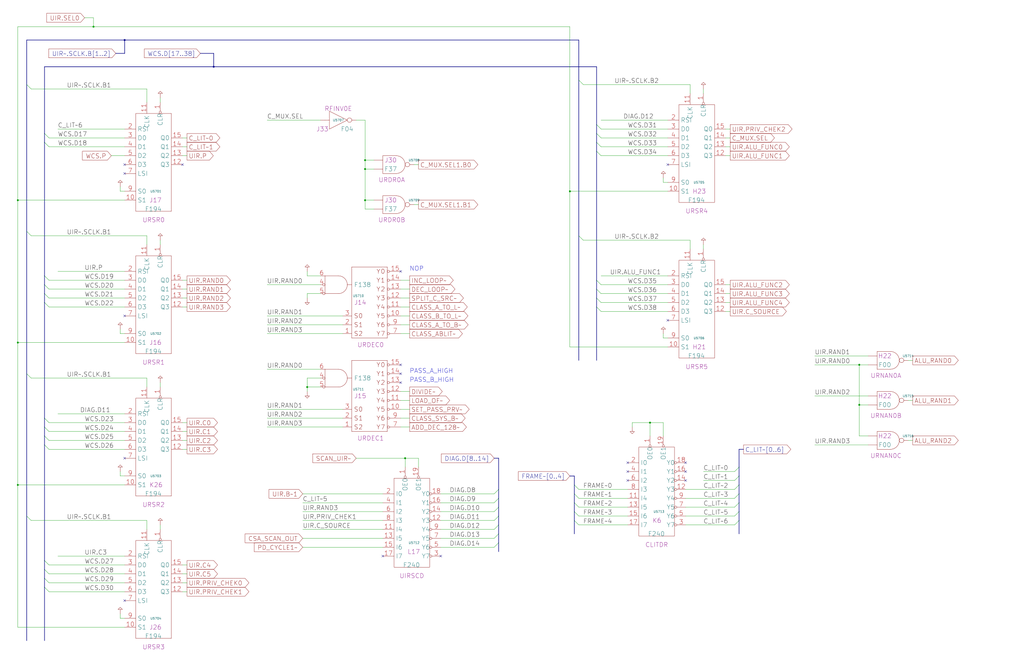
<source format=kicad_sch>
(kicad_sch (version 20250114) (generator "eeschema") (generator_version "9.0")
  (paper "User" 584.2 378.46)
  (title_block (title "WRITABLE CONTROL STORE\\nMICRO INSTRUCTION REGISTER") (date "15-MAR-90") (rev "1.0") (comment 1 "TYPE") (comment 2 "232-003062") (comment 3 "S400") (comment 4 "RELEASED"))
  (lib_symbols
    (symbol "r1000:F00" (pin_numbers (hide yes)) (pin_names (hide yes))
      (property "Reference" "U" (at 15.24 0 0))
      (property "Value" "F00" (at 1.905 -5.08 0))
      (property "Location" "___" (at 1.905 0 0))
      (property "Name" "______" (at 2.54 -12.7 0))
      (symbol "F00_0_1"
        (polyline (pts (xy -2.54 2.54) (xy -2.54 -7.62)) (stroke (width 0.1524)))
        (polyline (pts (xy -2.54 2.54) (xy 5.08 2.54)) (stroke (width 0.1524)))
        (polyline (pts (xy -2.54 -7.62) (xy 5.08 -7.62)) (stroke (width 0.1524)))
        (arc (start 5.08 2.54) (mid 10.1281 -2.54) (end 5.08 -7.62) (stroke (width 0.1524)))
        (circle (center 11.43 -2.54) (radius 1.27) (stroke (width 0.1524)))
      )
      (symbol "F00_0_2"
        (arc (start -3.175 2.54) (mid -2.134 -2.54) (end -3.175 -7.62) (stroke (width 0.1524)))
        (circle (center -3.81 0) (radius 1.27) (stroke (width 0.1524)))
        (circle (center -3.81 -5.08) (radius 1.27) (stroke (width 0.1524)))
        (polyline (pts (xy -3.175 2.54) (xy 3.81 2.54)) (stroke (width 0.1524)))
        (polyline (pts (xy -3.175 -7.62) (xy 3.81 -7.62)) (stroke (width 0.1524)))
        (arc (start 3.81 2.54) (mid 7.5828 0.7472) (end 10.16 -2.54) (stroke (width 0.1524)))
        (arc (start 10.16 -2.54) (mid 7.5855 -5.8306) (end 3.81 -7.62) (stroke (width 0.1524)))
      )
      (symbol "F00_1_1"
        (pin input line (at -7.62 0 0) (length 5.08) (name "D0") (number "1"))
        (pin input line (at -7.62 -5.08 0) (length 5.08) (name "D1") (number "2"))
        (pin output line (at 15.24 -2.54 180) (length 2.54) (name "Q") (number "3"))
      )
      (symbol "F00_1_2"
        (pin input line (at -7.62 0 0) (length 2.54) (name "D0") (number "1"))
        (pin input line (at -7.62 -5.08 0) (length 2.54) (name "D1") (number "2"))
        (pin output line (at 15.24 -2.54 180) (length 5.08) (name "Q") (number "3"))
      )
    )
    (symbol "r1000:F04" (pin_numbers (hide yes)) (pin_names (hide yes))
      (property "Reference" "U" (at 0 0 0))
      (property "Value" "F04" (at 1.27 -5.08 0))
      (property "Location" "___" (at -12.7 -5.08 0))
      (property "Name" "______" (at 0 5.08 0))
      (symbol "F04_0_1"
        (polyline (pts (xy -7.62 0) (xy -5.08 0)) (stroke (width 0.1524)))
        (polyline (pts (xy -5.08 5.08) (xy -5.08 -5.08)) (stroke (width 0.1524)))
        (polyline (pts (xy 5.08 0) (xy -5.08 5.08)) (stroke (width 0.1524)))
        (polyline (pts (xy 5.08 0) (xy -5.08 -5.08)) (stroke (width 0.1524)))
        (circle (center 6.35 0) (radius 1.27) (stroke (width 0.1524)))
      )
      (symbol "F04_1_1"
        (pin input line (at -10.16 0 0) (length 2.54) (name "D0") (number "1"))
        (pin output line (at 10.16 0 180) (length 2.54) (name "Q") (number "2"))
      )
    )
    (symbol "r1000:F138" (pin_names (offset 1.016) (hide yes))
      (property "Reference" "U" (at 1.27 3.81 0))
      (property "Value" "F138" (at -1.27 10.16 0))
      (property "Location" "___" (at -1.27 0 0))
      (property "Name" "______" (at 8.255 -24.13 0))
      (symbol "F138_0_0"
        (polyline (pts (xy -17.78 15.24) (xy -10.16 15.24)) (stroke (width 0.1524)))
        (polyline (pts (xy -17.78 5.08) (xy -10.16 5.08)) (stroke (width 0.1524)))
        (arc (start -10.16 15.24) (mid -6.5679 13.7521) (end -5.08 10.16) (stroke (width 0.1524)))
        (arc (start -5.08 10.16) (mid -6.5679 6.5679) (end -10.16 5.08) (stroke (width 0.1524)))
      )
      (symbol "F138_0_1"
        (polyline (pts (xy -19.05 15.24) (xy -17.78 15.24)) (stroke (width 0.1524)))
        (circle (center -18.415 10.16) (radius 0.635) (stroke (width 0.1524)))
        (circle (center -18.415 5.08) (radius 0.635) (stroke (width 0.1524)))
        (polyline (pts (xy -17.78 15.24) (xy -17.78 5.08)) (stroke (width 0.1524)))
        (rectangle (start -2.54 20.32) (end 17.78 -20.32) (stroke (width 0.1524)))
        (polyline (pts (xy -2.54 10.16) (xy -5.08 10.16)) (stroke (width 0.1524)))
      )
      (symbol "F138_1_1"
        (circle (center 18.415 17.78) (radius 0.635))
        (circle (center 18.415 12.7) (radius 0.635))
        (circle (center 18.415 7.62) (radius 0.635))
        (circle (center 18.415 2.54) (radius 0.635))
        (circle (center 18.415 -2.54) (radius 0.635))
        (circle (center 18.415 -7.62) (radius 0.635))
        (circle (center 18.415 -12.7) (radius 0.635))
        (circle (center 18.415 -17.78) (radius 0.635))
        (text "S" (at 0 -7.62 0) (effects (font (size 2.54 2.54))))
        (text "S" (at 0 -12.7 0) (effects (font (size 2.54 2.54))))
        (text "S" (at 0 -17.78 0) (effects (font (size 2.54 2.54))))
        (text "0" (at 2.54 -7.62 0) (effects (font (size 2.54 2.54))))
        (text "1" (at 2.54 -12.7 0) (effects (font (size 2.54 2.54))))
        (text "2" (at 2.54 -17.78 0) (effects (font (size 2.54 2.54))))
        (text "Y" (at 12.7 17.78 0) (effects (font (size 2.54 2.54))))
        (text "Y" (at 12.7 12.7 0) (effects (font (size 2.54 2.54))))
        (text "Y" (at 12.7 7.62 0) (effects (font (size 2.54 2.54))))
        (text "Y" (at 12.7 2.54 0) (effects (font (size 2.54 2.54))))
        (text "Y" (at 12.7 -2.54 0) (effects (font (size 2.54 2.54))))
        (text "Y" (at 12.7 -7.62 0) (effects (font (size 2.54 2.54))))
        (text "Y" (at 12.7 -12.7 0) (effects (font (size 2.54 2.54))))
        (text "Y" (at 12.7 -17.78 0) (effects (font (size 2.54 2.54))))
        (text "0" (at 15.24 17.78 0) (effects (font (size 2.54 2.54))))
        (text "1" (at 15.24 12.7 0) (effects (font (size 2.54 2.54))))
        (text "2" (at 15.24 7.62 0) (effects (font (size 2.54 2.54))))
        (text "3" (at 15.24 2.54 0) (effects (font (size 2.54 2.54))))
        (text "4" (at 15.24 -2.54 0) (effects (font (size 2.54 2.54))))
        (text "5" (at 15.24 -7.62 0) (effects (font (size 2.54 2.54))))
        (text "6" (at 15.24 -12.7 0) (effects (font (size 2.54 2.54))))
        (text "7" (at 15.24 -17.78 0) (effects (font (size 2.54 2.54))))
        (pin input line (at -20.32 15.24 0) (length 1.27) (name "D0") (number "6"))
        (pin input line (at -20.32 10.16 0) (length 1.27) (name "D1") (number "4"))
        (pin input line (at -20.32 5.08 0) (length 1.27) (name "D2") (number "5"))
        (pin input line (at -7.62 -7.62 0) (length 5.08) (name "S0") (number "3"))
        (pin input line (at -7.62 -12.7 0) (length 5.08) (name "S1") (number "2"))
        (pin input line (at -7.62 -17.78 0) (length 5.08) (name "S2") (number "1"))
        (pin output line (at 25.4 17.78 180) (length 6.35) (name "Y0_") (number "15"))
        (pin output line (at 25.4 12.7 180) (length 6.35) (name "Y1_") (number "14"))
        (pin output line (at 25.4 7.62 180) (length 6.35) (name "Y2_") (number "13"))
        (pin output line (at 25.4 2.54 180) (length 6.35) (name "Y3_") (number "12"))
        (pin output line (at 25.4 -2.54 180) (length 6.35) (name "Y4_") (number "11"))
        (pin output line (at 25.4 -7.62 180) (length 6.35) (name "Y5_") (number "10"))
        (pin output line (at 25.4 -12.7 180) (length 6.35) (name "Y6_") (number "9"))
        (pin output line (at 25.4 -17.78 180) (length 6.35) (name "Y7_") (number "7"))
      )
    )
    (symbol "r1000:F194" (pin_names (offset 1.016))
      (property "Reference" "U" (at 2.54 5.08 0))
      (property "Value" "F194" (at -3.81 -5.08 0))
      (property "Location" "___" (at -1.27 0 0))
      (property "Name" "______" (at 1.27 -12.7 0))
      (symbol "F194_1_1"
        (rectangle (start -8.89 49.53) (end 11.43 -6.35))
        (circle (center 5.08 50.165) (radius 0.635))
        (pin input line (at -15.24 40.64 0) (length 6.35) (name "RSI") (number "2"))
        (pin input line (at -15.24 35.56 0) (length 6.35) (name "D0") (number "3"))
        (pin input line (at -15.24 30.48 0) (length 6.35) (name "D1") (number "4"))
        (pin input line (at -15.24 25.4 0) (length 6.35) (name "D2") (number "5"))
        (pin input line (at -15.24 20.32 0) (length 6.35) (name "D3") (number "6"))
        (pin input line (at -15.24 15.24 0) (length 6.35) (name "LSI") (number "7"))
        (pin input line (at -15.24 5.08 0) (length 6.35) (name "S0") (number "9"))
        (pin input line (at -15.24 0 0) (length 6.35) (name "S1") (number "10"))
        (pin input line (at -2.54 55.88 270) (length 6.35) (name "CLK") (number "11"))
        (pin input line (at 5.08 55.88 270) (length 5.08) (name "CLR") (number "1"))
        (pin output line (at 17.78 35.56 180) (length 6.35) (name "Q0") (number "15"))
        (pin output line (at 17.78 30.48 180) (length 6.35) (name "Q1") (number "14"))
        (pin output line (at 17.78 25.4 180) (length 6.35) (name "Q2") (number "13"))
        (pin output line (at 17.78 20.32 180) (length 6.35) (name "Q3") (number "12"))
      )
    )
    (symbol "r1000:F240" (pin_names (offset 1.016))
      (property "Reference" "U" (at 2.54 5.08 0))
      (property "Value" "F240" (at -3.81 -7.62 0))
      (property "Location" "___" (at -1.27 0 0))
      (property "Name" "______" (at 1.27 -15.24 0))
      (symbol "F240_1_1"
        (rectangle (start -8.89 41.91) (end 11.43 -8.89))
        (circle (center -2.54 42.545) (radius 0.635))
        (circle (center 5.08 42.545) (radius 0.635))
        (circle (center 12.065 33.02) (radius 0.635))
        (circle (center 12.065 27.94) (radius 0.635))
        (circle (center 12.065 22.86) (radius 0.635))
        (circle (center 12.065 17.78) (radius 0.635))
        (circle (center 12.065 12.7) (radius 0.635))
        (circle (center 12.065 7.62) (radius 0.635))
        (circle (center 12.065 2.54) (radius 0.635))
        (circle (center 12.065 -2.54) (radius 0.635))
        (pin input line (at -15.24 33.02 0) (length 6.35) (name "I0") (number "2"))
        (pin input line (at -15.24 27.94 0) (length 6.35) (name "I1") (number "4"))
        (pin input line (at -15.24 22.86 0) (length 6.35) (name "I2") (number "6"))
        (pin input line (at -15.24 17.78 0) (length 6.35) (name "I3") (number "8"))
        (pin input line (at -15.24 12.7 0) (length 6.35) (name "I4") (number "11"))
        (pin input line (at -15.24 7.62 0) (length 6.35) (name "I5") (number "13"))
        (pin input line (at -15.24 2.54 0) (length 6.35) (name "I6") (number "15"))
        (pin input line (at -15.24 -2.54 0) (length 6.35) (name "I7") (number "17"))
        (pin input line (at -2.54 48.26 270) (length 5.08) (name "OE0") (number "1"))
        (pin input line (at 5.08 48.26 270) (length 5.08) (name "OE1") (number "19"))
        (pin tri_state line (at 17.78 33.02 180) (length 5.08) (name "Y0") (number "18"))
        (pin tri_state line (at 17.78 27.94 180) (length 5.08) (name "Y1") (number "16"))
        (pin tri_state line (at 17.78 22.86 180) (length 5.08) (name "Y2") (number "14"))
        (pin tri_state line (at 17.78 17.78 180) (length 5.08) (name "Y3") (number "12"))
        (pin tri_state line (at 17.78 12.7 180) (length 5.08) (name "Y4") (number "9"))
        (pin tri_state line (at 17.78 7.62 180) (length 5.08) (name "Y5") (number "7"))
        (pin tri_state line (at 17.78 2.54 180) (length 5.08) (name "Y6") (number "5"))
        (pin tri_state line (at 17.78 -2.54 180) (length 5.08) (name "Y7") (number "3"))
      )
    )
    (symbol "r1000:F37" (pin_numbers (hide yes)) (pin_names (offset 0) (hide yes))
      (property "Reference" "U" (at 15.24 0 0))
      (property "Value" "F37" (at 1.905 -5.08 0))
      (property "Location" "___" (at 1.905 0 0))
      (property "Name" "______" (at 2.54 -12.7 0))
      (symbol "F37_0_1"
        (polyline (pts (xy -2.54 2.54) (xy -2.54 -7.62)) (stroke (width 0.1524)))
        (polyline (pts (xy -2.54 2.54) (xy 5.08 2.54)) (stroke (width 0.1524)))
        (polyline (pts (xy -2.54 -7.62) (xy 5.08 -7.62)) (stroke (width 0.1524)))
        (arc (start 5.08 2.54) (mid 10.1281 -2.54) (end 5.08 -7.62) (stroke (width 0.1524)))
        (circle (center 11.43 -2.54) (radius 1.27) (stroke (width 0.1524)))
      )
      (symbol "F37_0_2"
        (arc (start -3.175 2.54) (mid -2.134 -2.54) (end -3.175 -7.62) (stroke (width 0.1524)))
        (circle (center -3.81 0) (radius 1.27) (stroke (width 0.1524)))
        (circle (center -3.81 -5.08) (radius 1.27) (stroke (width 0.1524)))
        (polyline (pts (xy -3.175 2.54) (xy 3.81 2.54)) (stroke (width 0.1524)))
        (polyline (pts (xy -3.175 -7.62) (xy 3.81 -7.62)) (stroke (width 0.1524)))
        (arc (start 3.81 2.54) (mid 7.5828 0.7472) (end 10.16 -2.54) (stroke (width 0.1524)))
        (arc (start 10.16 -2.54) (mid 7.5855 -5.8306) (end 3.81 -7.62) (stroke (width 0.1524)))
      )
      (symbol "F37_1_1"
        (pin input line (at -7.62 0 0) (length 5.08) (name "D0") (number "1"))
        (pin input line (at -7.62 -5.08 0) (length 5.08) (name "D1") (number "2"))
        (pin output line (at 15.24 -2.54 180) (length 2.54) (name "Q") (number "3"))
      )
      (symbol "F37_1_2"
        (pin input line (at -7.62 0 0) (length 2.54) (name "D0") (number "1"))
        (pin input line (at -7.62 -5.08 0) (length 2.54) (name "D1") (number "2"))
        (pin output line (at 15.24 -2.54 180) (length 5.08) (name "Q") (number "3"))
      )
    )
    (symbol "r1000:PD" (power) (pin_numbers (hide yes)) (pin_names (hide yes)) (in_bom no)
      (symbol "PD_0_1"
        (polyline (pts (xy 0 -2.54) (xy 1.27 -2.54) (xy 0 -3.81) (xy -1.27 -2.54) (xy 0 -2.54)) (stroke (width 0.1524)))
      )
      (symbol "PD_1_1"
        (pin power_in line (at 0 0 270) (length 2.54) (name "PD") (number "1"))
      )
    )
    (symbol "r1000:PU" (power) (pin_numbers (hide yes)) (pin_names (hide yes))
      (symbol "PU_0_1"
        (polyline (pts (xy 0 2.54) (xy -1.27 2.54) (xy 0 3.81) (xy 1.27 2.54) (xy 0 2.54)) (stroke (width 0.1524)))
      )
      (symbol "PU_1_1"
        (pin power_in line (at 0 0 90) (length 2.54) (name "PU") (number "1"))
      )
    )
  )
  (text "NOP" (at 233.68 154.94 0) (effects (font (size 2.54 2.54)) (justify left bottom)))
  (text "PASS_A_HIGH" (at 233.68 213.36 0) (effects (font (size 2.54 2.54)) (justify left bottom)))
  (text "PASS_B_HIGH" (at 233.68 218.44 0) (effects (font (size 2.54 2.54)) (justify left bottom)))
  (junction (at 175.26 220.98))
  (junction (at 370.84 241.3))
  (junction (at 208.28 114.3))
  (junction (at 490.22 231.14))
  (junction (at 121.92 38.1))
  (junction (at 208.28 96.52))
  (junction (at 231.14 261.62))
  (junction (at 10.16 195.58))
  (junction (at 10.16 114.3))
  (junction (at 53.34 15.24))
  (junction (at 208.28 91.44))
  (junction (at 71.12 22.86))
  (junction (at 490.22 208.28))
  (junction (at 10.16 276.86))
  (junction (at 325.12 109.22))
  (no_connect (at 391.16 269.24))
  (no_connect (at 358.14 269.24))
  (no_connect (at 381 182.88))
  (no_connect (at 228.6 218.44))
  (no_connect (at 251.46 317.5))
  (no_connect (at 71.12 99.06))
  (no_connect (at 358.14 274.32))
  (no_connect (at 71.12 342.9))
  (no_connect (at 391.16 264.16))
  (no_connect (at 71.12 180.34))
  (no_connect (at 228.6 208.28))
  (no_connect (at 71.12 93.98))
  (no_connect (at 358.14 264.16))
  (no_connect (at 228.6 213.36))
  (no_connect (at 381 93.98))
  (no_connect (at 104.14 93.98))
  (no_connect (at 218.44 317.5))
  (no_connect (at 71.12 261.62))
  (no_connect (at 391.16 274.32))
  (no_connect (at 228.6 154.94))
  (bus_entry (at 421.64 266.7) (size -2.54 2.54))
  (bus_entry (at 15.24 132.08) (size 2.54 2.54))
  (bus_entry (at 340.36 170.18) (size 2.54 2.54))
  (bus_entry (at 15.24 213.36) (size 2.54 2.54))
  (bus_entry (at 284.48 279.4) (size -2.54 2.54))
  (bus_entry (at 25.4 157.48) (size 2.54 2.54))
  (bus_entry (at 340.36 165.1) (size 2.54 2.54))
  (bus_entry (at 340.36 71.12) (size 2.54 2.54))
  (bus_entry (at 340.36 81.28) (size 2.54 2.54))
  (bus_entry (at 284.48 309.88) (size -2.54 2.54))
  (bus_entry (at 340.36 76.2) (size 2.54 2.54))
  (bus_entry (at 421.64 292.1) (size -2.54 2.54))
  (bus_entry (at 25.4 243.84) (size 2.54 2.54))
  (bus_entry (at 340.36 86.36) (size 2.54 2.54))
  (bus_entry (at 25.4 238.76) (size 2.54 2.54))
  (bus_entry (at 25.4 248.92) (size 2.54 2.54))
  (bus_entry (at 25.4 162.56) (size 2.54 2.54))
  (bus_entry (at 327.66 297.18) (size 2.54 2.54))
  (bus_entry (at 25.4 325.12) (size 2.54 2.54))
  (bus_entry (at 15.24 48.26) (size 2.54 2.54))
  (bus_entry (at 25.4 76.2) (size 2.54 2.54))
  (bus_entry (at 327.66 281.94) (size 2.54 2.54))
  (bus_entry (at 284.48 289.56) (size -2.54 2.54))
  (bus_entry (at 421.64 271.78) (size -2.54 2.54))
  (bus_entry (at 15.24 294.64) (size 2.54 2.54))
  (bus_entry (at 284.48 304.8) (size -2.54 2.54))
  (bus_entry (at 327.66 276.86) (size 2.54 2.54))
  (bus_entry (at 25.4 330.2) (size 2.54 2.54))
  (bus_entry (at 340.36 175.26) (size 2.54 2.54))
  (bus_entry (at 25.4 335.28) (size 2.54 2.54))
  (bus_entry (at 284.48 284.48) (size -2.54 2.54))
  (bus_entry (at 25.4 167.64) (size 2.54 2.54))
  (bus_entry (at 421.64 281.94) (size -2.54 2.54))
  (bus_entry (at 330.2 45.72) (size 2.54 2.54))
  (bus_entry (at 25.4 81.28) (size 2.54 2.54))
  (bus_entry (at 340.36 160.02) (size 2.54 2.54))
  (bus_entry (at 25.4 254) (size 2.54 2.54))
  (bus_entry (at 25.4 172.72) (size 2.54 2.54))
  (bus_entry (at 330.2 134.62) (size 2.54 2.54))
  (bus_entry (at 284.48 299.72) (size -2.54 2.54))
  (bus_entry (at 421.64 276.86) (size -2.54 2.54))
  (bus_entry (at 421.64 297.18) (size -2.54 2.54))
  (bus_entry (at 25.4 320.04) (size 2.54 2.54))
  (bus_entry (at 421.64 287.02) (size -2.54 2.54))
  (bus_entry (at 284.48 294.64) (size -2.54 2.54))
  (bus_entry (at 327.66 292.1) (size 2.54 2.54))
  (bus_entry (at 327.66 287.02) (size 2.54 2.54))
  (wire (pts (xy 490.22 248.92) (xy 490.22 231.14)))
  (bus (pts (xy 421.64 287.02) (xy 421.64 292.1)))
  (bus (pts (xy 421.64 276.86) (xy 421.64 281.94)))
  (wire (pts (xy 378.46 241.3) (xy 378.46 248.92)))
  (wire (pts (xy 152.4 238.76) (xy 195.58 238.76)))
  (wire (pts (xy 464.82 254) (xy 495.3 254)))
  (bus (pts (xy 25.4 335.28) (xy 25.4 365.76)))
  (bus (pts (xy 15.24 213.36) (xy 15.24 294.64)))
  (bus (pts (xy 284.48 284.48) (xy 284.48 289.56)))
  (wire (pts (xy 27.94 175.26) (xy 71.12 175.26)))
  (bus (pts (xy 25.4 243.84) (xy 25.4 248.92)))
  (bus (pts (xy 25.4 172.72) (xy 25.4 238.76)))
  (wire (pts (xy 68.58 353.06) (xy 71.12 353.06)))
  (bus (pts (xy 25.4 76.2) (xy 25.4 81.28)))
  (wire (pts (xy 10.16 276.86) (xy 10.16 195.58)))
  (bus (pts (xy 121.92 38.1) (xy 340.36 38.1)))
  (wire (pts (xy 172.72 312.42) (xy 218.44 312.42)))
  (wire (pts (xy 27.94 337.82) (xy 71.12 337.82)))
  (bus (pts (xy 330.2 45.72) (xy 330.2 134.62)))
  (wire (pts (xy 414.02 162.56) (xy 416.56 162.56)))
  (bus (pts (xy 327.66 287.02) (xy 327.66 292.1)))
  (wire (pts (xy 27.94 246.38) (xy 71.12 246.38)))
  (bus (pts (xy 25.4 162.56) (xy 25.4 167.64)))
  (wire (pts (xy 330.2 284.48) (xy 358.14 284.48)))
  (wire (pts (xy 91.44 218.44) (xy 91.44 220.98)))
  (wire (pts (xy 27.94 332.74) (xy 71.12 332.74)))
  (wire (pts (xy 360.68 243.84) (xy 360.68 241.3)))
  (wire (pts (xy 68.58 271.78) (xy 71.12 271.78)))
  (wire (pts (xy 68.58 187.96) (xy 68.58 190.5)))
  (wire (pts (xy 228.6 223.52) (xy 233.68 223.52)))
  (wire (pts (xy 27.94 165.1) (xy 71.12 165.1)))
  (wire (pts (xy 490.22 208.28) (xy 495.3 208.28)))
  (wire (pts (xy 17.78 215.9) (xy 83.82 215.9)))
  (bus (pts (xy 114.3 30.48) (xy 121.92 30.48)))
  (bus (pts (xy 340.36 76.2) (xy 340.36 81.28)))
  (wire (pts (xy 152.4 162.56) (xy 182.88 162.56)))
  (wire (pts (xy 464.82 203.2) (xy 495.3 203.2)))
  (bus (pts (xy 325.12 271.78) (xy 327.66 271.78)))
  (bus (pts (xy 327.66 297.18) (xy 327.66 304.8)))
  (wire (pts (xy 104.14 241.3) (xy 106.68 241.3)))
  (wire (pts (xy 231.14 261.62) (xy 203.2 261.62)))
  (wire (pts (xy 325.12 198.12) (xy 381 198.12)))
  (wire (pts (xy 104.14 160.02) (xy 106.68 160.02)))
  (wire (pts (xy 325.12 109.22) (xy 381 109.22)))
  (wire (pts (xy 104.14 322.58) (xy 106.68 322.58)))
  (wire (pts (xy 27.94 160.02) (xy 71.12 160.02)))
  (wire (pts (xy 17.78 297.18) (xy 83.82 297.18)))
  (bus (pts (xy 421.64 297.18) (xy 421.64 304.8)))
  (wire (pts (xy 68.58 106.68) (xy 68.58 109.22)))
  (wire (pts (xy 27.94 327.66) (xy 71.12 327.66)))
  (wire (pts (xy 228.6 165.1) (xy 233.68 165.1)))
  (bus (pts (xy 25.4 325.12) (xy 25.4 330.2)))
  (bus (pts (xy 421.64 256.54) (xy 421.64 266.7)))
  (wire (pts (xy 208.28 114.3) (xy 213.36 114.3)))
  (wire (pts (xy 325.12 109.22) (xy 325.12 198.12)))
  (wire (pts (xy 342.9 78.74) (xy 381 78.74)))
  (wire (pts (xy 91.44 137.16) (xy 91.44 139.7)))
  (wire (pts (xy 378.46 101.6) (xy 378.46 104.14)))
  (bus (pts (xy 284.48 294.64) (xy 284.48 299.72)))
  (wire (pts (xy 104.14 170.18) (xy 106.68 170.18)))
  (wire (pts (xy 208.28 96.52) (xy 208.28 114.3)))
  (wire (pts (xy 27.94 83.82) (xy 71.12 83.82)))
  (bus (pts (xy 340.36 38.1) (xy 340.36 71.12)))
  (wire (pts (xy 414.02 83.82) (xy 416.56 83.82)))
  (wire (pts (xy 251.46 297.18) (xy 281.94 297.18)))
  (bus (pts (xy 284.48 289.56) (xy 284.48 294.64)))
  (wire (pts (xy 83.82 220.98) (xy 83.82 215.9)))
  (wire (pts (xy 251.46 292.1) (xy 281.94 292.1)))
  (wire (pts (xy 228.6 190.5) (xy 233.68 190.5)))
  (wire (pts (xy 414.02 78.74) (xy 416.56 78.74)))
  (wire (pts (xy 104.14 327.66) (xy 106.68 327.66)))
  (bus (pts (xy 340.36 86.36) (xy 340.36 160.02)))
  (wire (pts (xy 152.4 190.5) (xy 195.58 190.5)))
  (wire (pts (xy 104.14 175.26) (xy 106.68 175.26)))
  (wire (pts (xy 10.16 15.24) (xy 53.34 15.24)))
  (wire (pts (xy 342.9 177.8) (xy 381 177.8)))
  (bus (pts (xy 66.04 30.48) (xy 71.12 30.48)))
  (wire (pts (xy 228.6 160.02) (xy 233.68 160.02)))
  (wire (pts (xy 10.16 358.14) (xy 71.12 358.14)))
  (wire (pts (xy 332.74 48.26) (xy 393.7 48.26)))
  (wire (pts (xy 228.6 175.26) (xy 233.68 175.26)))
  (bus (pts (xy 327.66 281.94) (xy 327.66 287.02)))
  (wire (pts (xy 360.68 241.3) (xy 370.84 241.3)))
  (wire (pts (xy 172.72 307.34) (xy 218.44 307.34)))
  (bus (pts (xy 15.24 22.86) (xy 71.12 22.86)))
  (wire (pts (xy 391.16 289.56) (xy 419.1 289.56)))
  (bus (pts (xy 25.4 38.1) (xy 25.4 76.2)))
  (wire (pts (xy 342.9 157.48) (xy 381 157.48)))
  (wire (pts (xy 208.28 68.58) (xy 208.28 91.44)))
  (bus (pts (xy 15.24 22.86) (xy 15.24 48.26)))
  (bus (pts (xy 340.36 170.18) (xy 340.36 175.26)))
  (wire (pts (xy 10.16 276.86) (xy 71.12 276.86)))
  (wire (pts (xy 251.46 302.26) (xy 281.94 302.26)))
  (wire (pts (xy 53.34 10.16) (xy 53.34 15.24)))
  (wire (pts (xy 391.16 299.72) (xy 419.1 299.72)))
  (wire (pts (xy 414.02 88.9) (xy 416.56 88.9)))
  (bus (pts (xy 330.2 134.62) (xy 330.2 205.74)))
  (bus (pts (xy 340.36 175.26) (xy 340.36 205.74)))
  (wire (pts (xy 370.84 241.3) (xy 370.84 248.92)))
  (wire (pts (xy 68.58 109.22) (xy 71.12 109.22)))
  (wire (pts (xy 332.74 137.16) (xy 393.7 137.16)))
  (wire (pts (xy 518.16 228.6) (xy 520.7 228.6)))
  (wire (pts (xy 10.16 195.58) (xy 10.16 114.3)))
  (wire (pts (xy 91.44 299.72) (xy 91.44 302.26)))
  (wire (pts (xy 236.22 116.84) (xy 238.76 116.84)))
  (bus (pts (xy 25.4 254) (xy 25.4 320.04)))
  (bus (pts (xy 281.94 261.62) (xy 284.48 261.62)))
  (wire (pts (xy 17.78 134.62) (xy 83.82 134.62)))
  (wire (pts (xy 238.76 261.62) (xy 231.14 261.62)))
  (wire (pts (xy 175.26 220.98) (xy 182.88 220.98)))
  (wire (pts (xy 152.4 180.34) (xy 195.58 180.34)))
  (bus (pts (xy 284.48 304.8) (xy 284.48 309.88)))
  (bus (pts (xy 340.36 71.12) (xy 340.36 76.2)))
  (wire (pts (xy 10.16 358.14) (xy 10.16 276.86)))
  (wire (pts (xy 208.28 96.52) (xy 213.36 96.52)))
  (wire (pts (xy 325.12 15.24) (xy 325.12 109.22)))
  (wire (pts (xy 342.9 83.82) (xy 381 83.82)))
  (wire (pts (xy 175.26 157.48) (xy 175.26 154.94)))
  (wire (pts (xy 68.58 269.24) (xy 68.58 271.78)))
  (wire (pts (xy 414.02 177.8) (xy 416.56 177.8)))
  (wire (pts (xy 182.88 167.64) (xy 175.26 167.64)))
  (bus (pts (xy 284.48 261.62) (xy 284.48 279.4)))
  (wire (pts (xy 228.6 238.76) (xy 233.68 238.76)))
  (wire (pts (xy 464.82 208.28) (xy 490.22 208.28)))
  (wire (pts (xy 104.14 83.82) (xy 106.68 83.82)))
  (wire (pts (xy 342.9 73.66) (xy 381 73.66)))
  (wire (pts (xy 48.26 10.16) (xy 53.34 10.16)))
  (bus (pts (xy 284.48 299.72) (xy 284.48 304.8)))
  (bus (pts (xy 25.4 167.64) (xy 25.4 172.72)))
  (wire (pts (xy 490.22 231.14) (xy 490.22 208.28)))
  (wire (pts (xy 251.46 281.94) (xy 281.94 281.94)))
  (wire (pts (xy 172.72 281.94) (xy 218.44 281.94)))
  (wire (pts (xy 231.14 261.62) (xy 231.14 266.7)))
  (wire (pts (xy 104.14 88.9) (xy 106.68 88.9)))
  (wire (pts (xy 330.2 299.72) (xy 358.14 299.72)))
  (bus (pts (xy 71.12 22.86) (xy 330.2 22.86)))
  (bus (pts (xy 15.24 132.08) (xy 15.24 213.36)))
  (wire (pts (xy 378.46 104.14) (xy 381 104.14)))
  (wire (pts (xy 104.14 246.38) (xy 106.68 246.38)))
  (wire (pts (xy 63.5 88.9) (xy 71.12 88.9)))
  (bus (pts (xy 25.4 330.2) (xy 25.4 335.28)))
  (wire (pts (xy 208.28 91.44) (xy 213.36 91.44)))
  (wire (pts (xy 414.02 167.64) (xy 416.56 167.64)))
  (wire (pts (xy 68.58 190.5) (xy 71.12 190.5)))
  (wire (pts (xy 182.88 157.48) (xy 175.26 157.48)))
  (wire (pts (xy 401.32 139.7) (xy 401.32 142.24)))
  (wire (pts (xy 236.22 93.98) (xy 238.76 93.98)))
  (bus (pts (xy 25.4 157.48) (xy 25.4 162.56)))
  (wire (pts (xy 518.16 205.74) (xy 520.7 205.74)))
  (wire (pts (xy 175.26 215.9) (xy 175.26 220.98)))
  (wire (pts (xy 391.16 279.4) (xy 419.1 279.4)))
  (wire (pts (xy 370.84 241.3) (xy 378.46 241.3)))
  (wire (pts (xy 228.6 233.68) (xy 233.68 233.68)))
  (wire (pts (xy 27.94 251.46) (xy 71.12 251.46)))
  (wire (pts (xy 91.44 55.88) (xy 91.44 58.42)))
  (wire (pts (xy 104.14 78.74) (xy 106.68 78.74)))
  (wire (pts (xy 228.6 180.34) (xy 233.68 180.34)))
  (wire (pts (xy 401.32 50.8) (xy 401.32 53.34)))
  (wire (pts (xy 152.4 185.42) (xy 195.58 185.42)))
  (wire (pts (xy 17.78 50.8) (xy 83.82 50.8)))
  (bus (pts (xy 25.4 320.04) (xy 25.4 325.12)))
  (bus (pts (xy 421.64 281.94) (xy 421.64 287.02)))
  (bus (pts (xy 327.66 271.78) (xy 327.66 276.86)))
  (wire (pts (xy 172.72 302.26) (xy 218.44 302.26)))
  (wire (pts (xy 378.46 193.04) (xy 381 193.04)))
  (wire (pts (xy 104.14 332.74) (xy 106.68 332.74)))
  (wire (pts (xy 228.6 185.42) (xy 233.68 185.42)))
  (wire (pts (xy 152.4 243.84) (xy 195.58 243.84)))
  (bus (pts (xy 15.24 294.64) (xy 15.24 365.76)))
  (wire (pts (xy 175.26 220.98) (xy 175.26 223.52)))
  (wire (pts (xy 53.34 15.24) (xy 325.12 15.24)))
  (wire (pts (xy 172.72 297.18) (xy 218.44 297.18)))
  (bus (pts (xy 327.66 292.1) (xy 327.66 297.18)))
  (wire (pts (xy 27.94 78.74) (xy 71.12 78.74)))
  (wire (pts (xy 27.94 170.18) (xy 71.12 170.18)))
  (wire (pts (xy 104.14 337.82) (xy 106.68 337.82)))
  (wire (pts (xy 414.02 172.72) (xy 416.56 172.72)))
  (bus (pts (xy 25.4 248.92) (xy 25.4 254)))
  (wire (pts (xy 10.16 114.3) (xy 10.16 15.24)))
  (wire (pts (xy 33.02 154.94) (xy 71.12 154.94)))
  (wire (pts (xy 152.4 210.82) (xy 182.88 210.82)))
  (wire (pts (xy 83.82 302.26) (xy 83.82 297.18)))
  (wire (pts (xy 238.76 266.7) (xy 238.76 261.62)))
  (wire (pts (xy 172.72 287.02) (xy 218.44 287.02)))
  (wire (pts (xy 175.26 167.64) (xy 175.26 170.18)))
  (bus (pts (xy 15.24 48.26) (xy 15.24 132.08)))
  (bus (pts (xy 121.92 30.48) (xy 121.92 38.1)))
  (wire (pts (xy 83.82 58.42) (xy 83.82 50.8)))
  (wire (pts (xy 83.82 139.7) (xy 83.82 134.62)))
  (wire (pts (xy 330.2 289.56) (xy 358.14 289.56)))
  (wire (pts (xy 490.22 231.14) (xy 495.3 231.14)))
  (wire (pts (xy 342.9 172.72) (xy 381 172.72)))
  (wire (pts (xy 104.14 165.1) (xy 106.68 165.1)))
  (wire (pts (xy 495.3 248.92) (xy 490.22 248.92)))
  (wire (pts (xy 208.28 114.3) (xy 208.28 119.38)))
  (wire (pts (xy 10.16 114.3) (xy 71.12 114.3)))
  (wire (pts (xy 203.2 68.58) (xy 208.28 68.58)))
  (wire (pts (xy 251.46 287.02) (xy 281.94 287.02)))
  (wire (pts (xy 33.02 236.22) (xy 71.12 236.22)))
  (wire (pts (xy 68.58 350.52) (xy 68.58 353.06)))
  (wire (pts (xy 27.94 256.54) (xy 71.12 256.54)))
  (wire (pts (xy 172.72 292.1) (xy 218.44 292.1)))
  (wire (pts (xy 464.82 226.06) (xy 495.3 226.06)))
  (bus (pts (xy 327.66 276.86) (xy 327.66 281.94)))
  (wire (pts (xy 342.9 162.56) (xy 381 162.56)))
  (wire (pts (xy 518.16 251.46) (xy 520.7 251.46)))
  (wire (pts (xy 228.6 170.18) (xy 233.68 170.18)))
  (wire (pts (xy 393.7 53.34) (xy 393.7 48.26)))
  (wire (pts (xy 152.4 233.68) (xy 195.58 233.68)))
  (wire (pts (xy 10.16 195.58) (xy 71.12 195.58)))
  (bus (pts (xy 71.12 30.48) (xy 71.12 22.86)))
  (wire (pts (xy 251.46 307.34) (xy 281.94 307.34)))
  (wire (pts (xy 33.02 317.5) (xy 71.12 317.5)))
  (wire (pts (xy 182.88 215.9) (xy 175.26 215.9)))
  (bus (pts (xy 340.36 81.28) (xy 340.36 86.36)))
  (wire (pts (xy 33.02 73.66) (xy 71.12 73.66)))
  (wire (pts (xy 391.16 284.48) (xy 419.1 284.48)))
  (wire (pts (xy 342.9 167.64) (xy 381 167.64)))
  (bus (pts (xy 25.4 81.28) (xy 25.4 157.48)))
  (wire (pts (xy 330.2 279.4) (xy 358.14 279.4)))
  (wire (pts (xy 27.94 241.3) (xy 71.12 241.3)))
  (wire (pts (xy 330.2 294.64) (xy 358.14 294.64)))
  (wire (pts (xy 208.28 91.44) (xy 208.28 96.52)))
  (wire (pts (xy 391.16 294.64) (xy 419.1 294.64)))
  (bus (pts (xy 330.2 22.86) (xy 330.2 45.72)))
  (wire (pts (xy 378.46 190.5) (xy 378.46 193.04)))
  (wire (pts (xy 104.14 251.46) (xy 106.68 251.46)))
  (wire (pts (xy 228.6 228.6) (xy 233.68 228.6)))
  (bus (pts (xy 421.64 256.54) (xy 424.18 256.54)))
  (wire (pts (xy 27.94 322.58) (xy 71.12 322.58)))
  (wire (pts (xy 393.7 142.24) (xy 393.7 137.16)))
  (wire (pts (xy 228.6 243.84) (xy 233.68 243.84)))
  (bus (pts (xy 284.48 309.88) (xy 284.48 314.96)))
  (wire (pts (xy 208.28 119.38) (xy 213.36 119.38)))
  (wire (pts (xy 342.9 88.9) (xy 381 88.9)))
  (bus (pts (xy 421.64 266.7) (xy 421.64 271.78)))
  (bus (pts (xy 25.4 238.76) (xy 25.4 243.84)))
  (bus (pts (xy 340.36 165.1) (xy 340.36 170.18)))
  (bus (pts (xy 25.4 38.1) (xy 121.92 38.1)))
  (wire (pts (xy 104.14 256.54) (xy 106.68 256.54)))
  (wire (pts (xy 401.32 269.24) (xy 419.1 269.24)))
  (bus (pts (xy 340.36 160.02) (xy 340.36 165.1)))
  (wire (pts (xy 152.4 68.58) (xy 182.88 68.58)))
  (bus (pts (xy 421.64 271.78) (xy 421.64 276.86)))
  (wire (pts (xy 251.46 312.42) (xy 281.94 312.42)))
  (bus (pts (xy 284.48 279.4) (xy 284.48 284.48)))
  (wire (pts (xy 414.02 73.66) (xy 416.56 73.66)))
  (wire (pts (xy 401.32 274.32) (xy 419.1 274.32)))
  (wire (pts (xy 342.9 68.58) (xy 381 68.58)))
  (bus (pts (xy 421.64 292.1) (xy 421.64 297.18)))
  (label "DIAG.D8" (at 256.54 281.94 0) (effects (font (size 2.54 2.54))))
  (label "UIR.RAND1" (at 152.4 233.68 0) (effects (font (size 2.54 2.54))))
  (label "WCS.D24" (at 48.26 246.38 0) (effects (font (size 2.54 2.54))))
  (label "UIR.PRIV_CHEK1" (at 172.72 297.18 0) (effects (font (size 2.54 2.54))))
  (label "DIAG.D12" (at 355.6 68.58 0) (effects (font (size 2.54 2.54))))
  (label "WCS.D31" (at 358.14 73.66 0) (effects (font (size 2.54 2.54))))
  (label "WCS.D28" (at 48.26 327.66 0) (effects (font (size 2.54 2.54))))
  (label "WCS.D35" (at 358.14 162.56 0) (effects (font (size 2.54 2.54))))
  (label "WCS.D29" (at 48.26 332.74 0) (effects (font (size 2.54 2.54))))
  (label "WCS.D25" (at 48.26 251.46 0) (effects (font (size 2.54 2.54))))
  (label "UIR~.SCLK.B2" (at 350.52 48.26 0) (effects (font (size 2.54 2.54))))
  (label "WCS.D18" (at 33.02 83.82 0) (effects (font (size 2.54 2.54))))
  (label "C_LIT~2" (at 401.32 279.4 0) (effects (font (size 2.54 2.54))))
  (label "UIR.RAND1" (at 152.4 180.34 0) (effects (font (size 2.54 2.54))))
  (label "UIR.P" (at 48.26 154.94 0) (effects (font (size 2.54 2.54))))
  (label "WCS.D27" (at 48.26 322.58 0) (effects (font (size 2.54 2.54))))
  (label "C_LIT~1" (at 401.32 274.32 0) (effects (font (size 2.54 2.54))))
  (label "WCS.D36" (at 358.14 167.64 0) (effects (font (size 2.54 2.54))))
  (label "UIR.RAND0" (at 464.82 208.28 0) (effects (font (size 2.54 2.54))))
  (label "UIR.C_SOURCE" (at 172.72 302.26 0) (effects (font (size 2.54 2.54))))
  (label "FRAME~1" (at 332.74 284.48 0) (effects (font (size 2.54 2.54))))
  (label "DIAG.D9" (at 256.54 287.02 0) (effects (font (size 2.54 2.54))))
  (label "WCS.D33" (at 358.14 83.82 0) (effects (font (size 2.54 2.54))))
  (label "UIR.ALU_FUNC1" (at 347.98 157.48 0) (effects (font (size 2.54 2.54))))
  (label "UIR.C3" (at 48.26 317.5 0) (effects (font (size 2.54 2.54))))
  (label "UIR.RAND0" (at 152.4 210.82 0) (effects (font (size 2.54 2.54))))
  (label "WCS.D20" (at 48.26 165.1 0) (effects (font (size 2.54 2.54))))
  (label "UIR.RAND3" (at 464.82 254 0) (effects (font (size 2.54 2.54))))
  (label "UIR~.SCLK.B1" (at 38.1 215.9 0) (effects (font (size 2.54 2.54))))
  (label "C_LIT~6" (at 33.02 73.66 0) (effects (font (size 2.54 2.54))))
  (label "WCS.D32" (at 358.14 78.74 0) (effects (font (size 2.54 2.54))))
  (label "UIR~.SCLK.B1" (at 38.1 297.18 0) (effects (font (size 2.54 2.54))))
  (label "DIAG.D12" (at 256.54 302.26 0) (effects (font (size 2.54 2.54))))
  (label "WCS.D21" (at 48.26 170.18 0) (effects (font (size 2.54 2.54))))
  (label "FRAME~0" (at 332.74 279.4 0) (effects (font (size 2.54 2.54))))
  (label "DIAG.D14" (at 256.54 312.42 0) (effects (font (size 2.54 2.54))))
  (label "WCS.D17" (at 33.02 78.74 0) (effects (font (size 2.54 2.54))))
  (label "WCS.D30" (at 48.26 337.82 0) (effects (font (size 2.54 2.54))))
  (label "DIAG.D10" (at 256.54 292.1 0) (effects (font (size 2.54 2.54))))
  (label "WCS.D37" (at 358.14 172.72 0) (effects (font (size 2.54 2.54))))
  (label "WCS.D26" (at 48.26 256.54 0) (effects (font (size 2.54 2.54))))
  (label "UIR.RAND2" (at 152.4 238.76 0) (effects (font (size 2.54 2.54))))
  (label "UIR.RAND3" (at 172.72 292.1 0) (effects (font (size 2.54 2.54))))
  (label "UIR~.SCLK.B1" (at 38.1 134.62 0) (effects (font (size 2.54 2.54))))
  (label "C_LIT~5" (at 172.72 287.02 0) (effects (font (size 2.54 2.54))))
  (label "DIAG.D13" (at 256.54 307.34 0) (effects (font (size 2.54 2.54))))
  (label "WCS.D34" (at 358.14 88.9 0) (effects (font (size 2.54 2.54))))
  (label "UIR.RAND2" (at 152.4 185.42 0) (effects (font (size 2.54 2.54))))
  (label "C_LIT~5" (at 401.32 294.64 0) (effects (font (size 2.54 2.54))))
  (label "DIAG.D11" (at 45.72 236.22 0) (effects (font (size 2.54 2.54))))
  (label "C_MUX.SEL" (at 152.4 68.58 0) (effects (font (size 2.54 2.54))))
  (label "UIR.RAND3" (at 152.4 243.84 0) (effects (font (size 2.54 2.54))))
  (label "UIR.RAND3" (at 152.4 190.5 0) (effects (font (size 2.54 2.54))))
  (label "C_LIT~3" (at 401.32 284.48 0) (effects (font (size 2.54 2.54))))
  (label "C_LIT~6" (at 401.32 299.72 0) (effects (font (size 2.54 2.54))))
  (label "UIR.RAND1" (at 464.82 203.2 0) (effects (font (size 2.54 2.54))))
  (label "DIAG.D11" (at 256.54 297.18 0) (effects (font (size 2.54 2.54))))
  (label "FRAME~3" (at 332.74 294.64 0) (effects (font (size 2.54 2.54))))
  (label "UIR.RAND2" (at 464.82 226.06 0) (effects (font (size 2.54 2.54))))
  (label "UIR~.SCLK.B2" (at 350.52 137.16 0) (effects (font (size 2.54 2.54))))
  (label "C_LIT~0" (at 401.32 269.24 0) (effects (font (size 2.54 2.54))))
  (label "WCS.D23" (at 48.26 241.3 0) (effects (font (size 2.54 2.54))))
  (label "WCS.D38" (at 358.14 177.8 0) (effects (font (size 2.54 2.54))))
  (label "C_LIT~4" (at 401.32 289.56 0) (effects (font (size 2.54 2.54))))
  (label "WCS.D22" (at 48.26 175.26 0) (effects (font (size 2.54 2.54))))
  (label "FRAME~2" (at 332.74 289.56 0) (effects (font (size 2.54 2.54))))
  (label "UIR.RAND0" (at 152.4 162.56 0) (effects (font (size 2.54 2.54))))
  (label "WCS.D19" (at 48.26 160.02 0) (effects (font (size 2.54 2.54))))
  (label "UIR~.SCLK.B1" (at 38.1 50.8 0) (effects (font (size 2.54 2.54))))
  (label "FRAME~4" (at 332.74 299.72 0) (effects (font (size 2.54 2.54))))
  (global_label "DIAG.D[8..14]" (shape input) (at 281.94 261.62 180) (effects (font (size 2.54 2.54))) (property "Intersheetrefs" "${INTERSHEET_REFS}" (at 251.835 261.4613 0) (effects (font (size 1.905 1.905)) (justify right))))
  (global_label "UIR.C0" (shape output) (at 106.68 241.3 0) (effects (font (size 2.54 2.54))) (property "Intersheetrefs" "${INTERSHEET_REFS}" (at 124.085 241.1413 0) (effects (font (size 1.905 1.905)) (justify left))))
  (global_label "CLASS_ABLIT~" (shape output) (at 233.68 190.5 0) (effects (font (size 2.54 2.54))) (property "Intersheetrefs" "${INTERSHEET_REFS}" (at 263.785 190.3413 0) (effects (font (size 1.905 1.905)) (justify left))))
  (global_label "UIR.ALU_FUNC0" (shape output) (at 416.56 83.82 0) (effects (font (size 2.54 2.54))) (property "Intersheetrefs" "${INTERSHEET_REFS}" (at 450.2936 83.6613 0) (effects (font (size 1.905 1.905)) (justify left))))
  (global_label "C_LIT~[0..6]" (shape output) (at 424.18 256.54 0) (effects (font (size 2.54 2.54))) (property "Intersheetrefs" "${INTERSHEET_REFS}" (at 451.1403 256.3813 0) (effects (font (size 1.905 1.905)) (justify left))))
  (global_label "LOAD_OF~" (shape output) (at 233.68 228.6 0) (effects (font (size 2.54 2.54))) (property "Intersheetrefs" "${INTERSHEET_REFS}" (at 256.5279 228.4413 0) (effects (font (size 1.905 1.905)) (justify left))))
  (global_label "UIR.RAND3" (shape output) (at 106.68 175.26 0) (effects (font (size 2.54 2.54))) (property "Intersheetrefs" "${INTERSHEET_REFS}" (at 131.4631 175.1013 0) (effects (font (size 1.905 1.905)) (justify left))))
  (global_label "C_MUX.SEL1.B1" (shape output) (at 238.76 116.84 0) (effects (font (size 2.54 2.54))) (property "Intersheetrefs" "${INTERSHEET_REFS}" (at 272.6146 116.6813 0) (effects (font (size 1.905 1.905)) (justify left))))
  (global_label "PD_CYCLE1~" (shape input) (at 172.72 312.42 180) (effects (font (size 2.54 2.54))) (property "Intersheetrefs" "${INTERSHEET_REFS}" (at 145.034 312.2613 0) (effects (font (size 1.905 1.905)) (justify right))))
  (global_label "UIR.PRIV_CHEK1" (shape output) (at 106.68 337.82 0) (effects (font (size 2.54 2.54))) (property "Intersheetrefs" "${INTERSHEET_REFS}" (at 141.986 337.6613 0) (effects (font (size 1.905 1.905)) (justify left))))
  (global_label "ALU_RAND0" (shape output) (at 520.7 205.74 0) (effects (font (size 2.54 2.54))) (property "Intersheetrefs" "${INTERSHEET_REFS}" (at 546.6927 205.5813 0) (effects (font (size 1.905 1.905)) (justify left))))
  (global_label "DIVIDE~" (shape output) (at 233.68 223.52 0) (effects (font (size 2.54 2.54))) (property "Intersheetrefs" "${INTERSHEET_REFS}" (at 252.2946 223.3613 0) (effects (font (size 1.905 1.905)) (justify left))))
  (global_label "SCAN_UIR~" (shape input) (at 203.2 261.62 180) (effects (font (size 2.54 2.54))) (property "Intersheetrefs" "${INTERSHEET_REFS}" (at 178.4169 261.4613 0) (effects (font (size 1.905 1.905)) (justify right))))
  (global_label "UIR.RAND1" (shape output) (at 106.68 165.1 0) (effects (font (size 2.54 2.54))) (property "Intersheetrefs" "${INTERSHEET_REFS}" (at 131.4631 164.9413 0) (effects (font (size 1.905 1.905)) (justify left))))
  (global_label "SPLIT_C_SRC~" (shape output) (at 233.68 170.18 0) (effects (font (size 2.54 2.54))) (property "Intersheetrefs" "${INTERSHEET_REFS}" (at 264.3898 170.0213 0) (effects (font (size 1.905 1.905)) (justify left))))
  (global_label "UIR.P" (shape output) (at 106.68 88.9 0) (effects (font (size 2.54 2.54))) (property "Intersheetrefs" "${INTERSHEET_REFS}" (at 121.666 88.7413 0) (effects (font (size 1.905 1.905)) (justify left))))
  (global_label "CLASS_B_TO_L~" (shape output) (at 233.68 180.34 0) (effects (font (size 2.54 2.54))) (property "Intersheetrefs" "${INTERSHEET_REFS}" (at 266.9298 180.1813 0) (effects (font (size 1.905 1.905)) (justify left))))
  (global_label "UIR.C_SOURCE" (shape output) (at 416.56 177.8 0) (effects (font (size 2.54 2.54))) (property "Intersheetrefs" "${INTERSHEET_REFS}" (at 448.6003 177.6413 0) (effects (font (size 1.905 1.905)) (justify left))))
  (global_label "UIR.C2" (shape output) (at 106.68 251.46 0) (effects (font (size 2.54 2.54))) (property "Intersheetrefs" "${INTERSHEET_REFS}" (at 124.085 251.3013 0) (effects (font (size 1.905 1.905)) (justify left))))
  (global_label "UIR.RAND0" (shape output) (at 106.68 160.02 0) (effects (font (size 2.54 2.54))) (property "Intersheetrefs" "${INTERSHEET_REFS}" (at 131.4631 159.8613 0) (effects (font (size 1.905 1.905)) (justify left))))
  (global_label "UIR.C5" (shape output) (at 106.68 327.66 0) (effects (font (size 2.54 2.54))) (property "Intersheetrefs" "${INTERSHEET_REFS}" (at 124.085 327.5013 0) (effects (font (size 1.905 1.905)) (justify left))))
  (global_label "UIR.PRIV_CHEK2" (shape output) (at 416.56 73.66 0) (effects (font (size 2.54 2.54))) (property "Intersheetrefs" "${INTERSHEET_REFS}" (at 451.866 73.5013 0) (effects (font (size 1.905 1.905)) (justify left))))
  (global_label "INC_LOOP~" (shape output) (at 233.68 160.02 0) (effects (font (size 2.54 2.54))) (property "Intersheetrefs" "${INTERSHEET_REFS}" (at 258.5841 159.8613 0) (effects (font (size 1.905 1.905)) (justify left))))
  (global_label "UIR.B~1" (shape input) (at 172.72 281.94 180) (effects (font (size 2.54 2.54))) (property "Intersheetrefs" "${INTERSHEET_REFS}" (at 153.5007 281.7813 0) (effects (font (size 1.905 1.905)) (justify right))))
  (global_label "C_LIT~1" (shape output) (at 106.68 83.82 0) (effects (font (size 2.54 2.54))) (property "Intersheetrefs" "${INTERSHEET_REFS}" (at 125.4155 83.6613 0) (effects (font (size 1.905 1.905)) (justify left))))
  (global_label "UIR.ALU_FUNC1" (shape output) (at 416.56 88.9 0) (effects (font (size 2.54 2.54))) (property "Intersheetrefs" "${INTERSHEET_REFS}" (at 450.2936 88.7413 0) (effects (font (size 1.905 1.905)) (justify left))))
  (global_label "UIR.ALU_FUNC3" (shape output) (at 416.56 167.64 0) (effects (font (size 2.54 2.54))) (property "Intersheetrefs" "${INTERSHEET_REFS}" (at 450.2936 167.4813 0) (effects (font (size 1.905 1.905)) (justify left))))
  (global_label "UIR.ALU_FUNC2" (shape output) (at 416.56 162.56 0) (effects (font (size 2.54 2.54))) (property "Intersheetrefs" "${INTERSHEET_REFS}" (at 450.2936 162.4013 0) (effects (font (size 1.905 1.905)) (justify left))))
  (global_label "WCS.D[17..38]" (shape input) (at 114.3 30.48 180) (effects (font (size 2.54 2.54))) (property "Intersheetrefs" "${INTERSHEET_REFS}" (at 82.3807 30.3213 0) (effects (font (size 1.905 1.905)) (justify right))))
  (global_label "UIR~.SCLK.B[1..2]" (shape input) (at 66.04 30.48 180) (effects (font (size 2.54 2.54))) (property "Intersheetrefs" "${INTERSHEET_REFS}" (at 27.8311 30.3213 0) (effects (font (size 1.905 1.905)) (justify right))))
  (global_label "UIR.SEL0" (shape input) (at 48.26 10.16 180) (effects (font (size 2.54 2.54))) (property "Intersheetrefs" "${INTERSHEET_REFS}" (at 26.6216 10.0013 0) (effects (font (size 1.905 1.905)) (justify right))))
  (global_label "FRAME~[0..4]" (shape input) (at 325.12 271.78 180) (effects (font (size 2.54 2.54))) (property "Intersheetrefs" "${INTERSHEET_REFS}" (at 295.7407 271.6213 0) (effects (font (size 1.905 1.905)) (justify right))))
  (global_label "CLASS_A_TO_L~" (shape output) (at 233.68 175.26 0) (effects (font (size 2.54 2.54))) (property "Intersheetrefs" "${INTERSHEET_REFS}" (at 266.567 175.1013 0) (effects (font (size 1.905 1.905)) (justify left))))
  (global_label "SET_PASS_PRV~" (shape output) (at 233.68 233.68 0) (effects (font (size 2.54 2.54))) (property "Intersheetrefs" "${INTERSHEET_REFS}" (at 267.6555 233.5213 0) (effects (font (size 1.905 1.905)) (justify left))))
  (global_label "ALU_RAND2" (shape output) (at 520.7 251.46 0) (effects (font (size 2.54 2.54))) (property "Intersheetrefs" "${INTERSHEET_REFS}" (at 546.6927 251.3013 0) (effects (font (size 1.905 1.905)) (justify left))))
  (global_label "UIR.PRIV_CHEK0" (shape output) (at 106.68 332.74 0) (effects (font (size 2.54 2.54))) (property "Intersheetrefs" "${INTERSHEET_REFS}" (at 141.986 332.5813 0) (effects (font (size 1.905 1.905)) (justify left))))
  (global_label "ALU_RAND1" (shape output) (at 520.7 228.6 0) (effects (font (size 2.54 2.54))) (property "Intersheetrefs" "${INTERSHEET_REFS}" (at 546.6927 228.4413 0) (effects (font (size 1.905 1.905)) (justify left))))
  (global_label "CLASS_A_TO_B~" (shape output) (at 233.68 185.42 0) (effects (font (size 2.54 2.54))) (property "Intersheetrefs" "${INTERSHEET_REFS}" (at 267.0508 185.2613 0) (effects (font (size 1.905 1.905)) (justify left))))
  (global_label "UIR.RAND2" (shape output) (at 106.68 170.18 0) (effects (font (size 2.54 2.54))) (property "Intersheetrefs" "${INTERSHEET_REFS}" (at 131.4631 170.0213 0) (effects (font (size 1.905 1.905)) (justify left))))
  (global_label "ADD_DEC_128~" (shape output) (at 233.68 243.84 0) (effects (font (size 2.54 2.54))) (property "Intersheetrefs" "${INTERSHEET_REFS}" (at 266.0831 243.6813 0) (effects (font (size 1.905 1.905)) (justify left))))
  (global_label "C_MUX.SEL1.B0" (shape output) (at 238.76 93.98 0) (effects (font (size 2.54 2.54))) (property "Intersheetrefs" "${INTERSHEET_REFS}" (at 272.6146 93.8213 0) (effects (font (size 1.905 1.905)) (justify left))))
  (global_label "UIR.C1" (shape output) (at 106.68 246.38 0) (effects (font (size 2.54 2.54))) (property "Intersheetrefs" "${INTERSHEET_REFS}" (at 124.085 246.2213 0) (effects (font (size 1.905 1.905)) (justify left))))
  (global_label "UIR.C4" (shape output) (at 106.68 322.58 0) (effects (font (size 2.54 2.54))) (property "Intersheetrefs" "${INTERSHEET_REFS}" (at 124.085 322.4213 0) (effects (font (size 1.905 1.905)) (justify left))))
  (global_label "UIR.ALU_FUNC4" (shape output) (at 416.56 172.72 0) (effects (font (size 2.54 2.54))) (property "Intersheetrefs" "${INTERSHEET_REFS}" (at 450.2936 172.5613 0) (effects (font (size 1.905 1.905)) (justify left))))
  (global_label "UIR.C3" (shape output) (at 106.68 256.54 0) (effects (font (size 2.54 2.54))) (property "Intersheetrefs" "${INTERSHEET_REFS}" (at 124.085 256.3813 0) (effects (font (size 1.905 1.905)) (justify left))))
  (global_label "DEC_LOOP~" (shape output) (at 233.68 165.1 0) (effects (font (size 2.54 2.54))) (property "Intersheetrefs" "${INTERSHEET_REFS}" (at 259.5517 164.9413 0) (effects (font (size 1.905 1.905)) (justify left))))
  (global_label "C_MUX.SEL" (shape output) (at 416.56 78.74 0) (effects (font (size 2.54 2.54))) (property "Intersheetrefs" "${INTERSHEET_REFS}" (at 441.827 78.5813 0) (effects (font (size 1.905 1.905)) (justify left))))
  (global_label "CLASS_SYS_B~" (shape output) (at 233.68 238.76 0) (effects (font (size 2.54 2.54))) (property "Intersheetrefs" "${INTERSHEET_REFS}" (at 265.3574 238.6013 0) (effects (font (size 1.905 1.905)) (justify left))))
  (global_label "C_LIT~0" (shape output) (at 106.68 78.74 0) (effects (font (size 2.54 2.54))) (property "Intersheetrefs" "${INTERSHEET_REFS}" (at 125.4155 78.5813 0) (effects (font (size 1.905 1.905)) (justify left))))
  (global_label "CSA_SCAN_OUT" (shape input) (at 172.72 307.34 180) (effects (font (size 2.54 2.54))) (property "Intersheetrefs" "${INTERSHEET_REFS}" (at 139.833 307.1813 0) (effects (font (size 1.905 1.905)) (justify right))))
  (global_label "WCS.P" (shape input) (at 63.5 88.9 180) (effects (font (size 2.54 2.54))) (property "Intersheetrefs" "${INTERSHEET_REFS}" (at 47.0626 88.7413 0) (effects (font (size 1.905 1.905)) (justify right))))
  (symbol (lib_id "r1000:F240") (at 233.68 314.96 0) (unit 1)
    (property "Reference" "U5712" (at 236.22 309.88 0))
    (property "Value" "F240" (at 229.87 322.58 0) (effects (font (size 2.54 2.54)) (justify left)))
    (property "Location" "L17" (at 232.41 314.96 0) (effects (font (size 2.54 2.54)) (justify left)))
    (property "Name" "UIRSCD" (at 234.95 330.2 0) (effects (font (size 2.54 2.54)) (justify bottom)))
  )
  (symbol (lib_id "r1000:PU") (at 378.46 101.6 0) (unit 1)
    (property "Reference" "#PWR05709" (effects (hide yes)))
    (property "Value" "PU" (effects (hide yes)))
  )
  (symbol (lib_id "r1000:PU") (at 378.46 190.5 0) (unit 1)
    (property "Reference" "#PWR05710" (effects (hide yes)))
    (property "Value" "PU" (effects (hide yes)))
  )
  (symbol (lib_id "r1000:F194") (at 86.36 358.14 0) (unit 1)
    (property "Reference" "U5704" (at 88.9 353.06 0))
    (property "Value" "F194" (at 82.55 363.22 0) (effects (font (size 2.54 2.54)) (justify left)))
    (property "Location" "J26" (at 85.09 358.14 0) (effects (font (size 2.54 2.54)) (justify left)))
    (property "Name" "URSR3" (at 87.63 370.84 0) (effects (font (size 2.54 2.54)) (justify bottom)))
  )
  (symbol (lib_id "r1000:PU") (at 91.44 218.44 0) (unit 1)
    (property "Reference" "#PWR05707" (effects (hide yes)))
    (property "Value" "PU" (effects (hide yes)))
  )
  (symbol (lib_id "r1000:F240") (at 373.38 297.18 0) (unit 1)
    (property "Reference" "U5713" (at 375.92 292.1 0))
    (property "Value" "F240" (at 369.57 304.8 0) (effects (font (size 2.54 2.54)) (justify left)))
    (property "Location" "K6" (at 372.11 297.18 0) (effects (font (size 2.54 2.54)) (justify left)))
    (property "Name" "CLITDR" (at 374.65 312.42 0) (effects (font (size 2.54 2.54)) (justify bottom)))
  )
  (symbol (lib_id "r1000:PD") (at 360.68 243.84 0) (unit 1) (in_bom no)
    (property "Reference" "#PWR05716" (effects (hide yes)))
    (property "Value" "PD" (effects (hide yes)))
  )
  (symbol (lib_id "r1000:F138") (at 203.2 172.72 0) (unit 1)
    (property "Reference" "U5710" (at 204.47 168.91 0))
    (property "Value" "F138" (at 201.93 162.56 0) (effects (font (size 2.54 2.54)) (justify left)))
    (property "Location" "J14" (at 201.93 172.72 0) (effects (font (size 2.54 2.54)) (justify left)))
    (property "Name" "URDEC0" (at 211.455 196.85 0) (effects (font (size 2.54 2.54))))
  )
  (symbol (lib_id "r1000:PU") (at 68.58 187.96 0) (unit 1)
    (property "Reference" "#PWR05702" (effects (hide yes)))
    (property "Value" "PU" (effects (hide yes)))
  )
  (symbol (lib_id "r1000:F00") (at 502.92 226.06 0) (unit 1)
    (property "Reference" "U5715" (at 518.16 226.06 0))
    (property "Value" "F00" (at 504.825 231.14 0) (effects (font (size 2.54 2.54))))
    (property "Location" "H22" (at 504.825 226.06 0) (effects (font (size 2.54 2.54))))
    (property "Name" "URNAN0B" (at 505.46 238.76 0) (effects (font (size 2.54 2.54)) (justify bottom)))
  )
  (symbol (lib_id "r1000:PU") (at 401.32 50.8 0) (unit 1)
    (property "Reference" "#PWR05711" (effects (hide yes)))
    (property "Value" "PU" (effects (hide yes)))
  )
  (symbol (lib_id "r1000:PU") (at 68.58 106.68 0) (unit 1)
    (property "Reference" "#PWR05701" (effects (hide yes)))
    (property "Value" "PU" (effects (hide yes)))
  )
  (symbol (lib_id "r1000:PU") (at 91.44 55.88 0) (unit 1)
    (property "Reference" "#PWR05705" (effects (hide yes)))
    (property "Value" "PU" (effects (hide yes)))
  )
  (symbol (lib_id "r1000:PU") (at 68.58 269.24 0) (unit 1)
    (property "Reference" "#PWR05703" (effects (hide yes)))
    (property "Value" "PU" (effects (hide yes)))
  )
  (symbol (lib_id "r1000:F194") (at 86.36 276.86 0) (unit 1)
    (property "Reference" "U5703" (at 88.9 271.78 0))
    (property "Value" "F194" (at 82.55 281.94 0) (effects (font (size 2.54 2.54)) (justify left)))
    (property "Location" "K26" (at 85.09 276.86 0) (effects (font (size 2.54 2.54)) (justify left)))
    (property "Name" "URSR2" (at 87.63 289.56 0) (effects (font (size 2.54 2.54)) (justify bottom)))
  )
  (symbol (lib_id "r1000:PD") (at 175.26 223.52 0) (unit 1) (in_bom no)
    (property "Reference" "#PWR05715" (effects (hide yes)))
    (property "Value" "PD" (effects (hide yes)))
  )
  (symbol (lib_id "r1000:PD") (at 175.26 170.18 0) (unit 1) (in_bom no)
    (property "Reference" "#PWR05714" (effects (hide yes)))
    (property "Value" "PD" (effects (hide yes)))
  )
  (symbol (lib_id "r1000:F194") (at 396.24 109.22 0) (unit 1)
    (property "Reference" "U5705" (at 398.78 104.14 0))
    (property "Value" "F194" (at 392.43 114.3 0) (effects (font (size 2.54 2.54)) (justify left)))
    (property "Location" "H23" (at 394.97 109.22 0) (effects (font (size 2.54 2.54)) (justify left)))
    (property "Name" "URSR4" (at 397.51 121.92 0) (effects (font (size 2.54 2.54)) (justify bottom)))
  )
  (symbol (lib_id "r1000:PU") (at 91.44 299.72 0) (unit 1)
    (property "Reference" "#PWR05708" (effects (hide yes)))
    (property "Value" "PU" (effects (hide yes)))
  )
  (symbol (lib_id "r1000:F37") (at 220.98 114.3 0) (unit 1)
    (property "Reference" "U5709" (at 236.22 114.3 0))
    (property "Value" "F37" (at 222.885 119.38 0) (effects (font (size 2.54 2.54))))
    (property "Location" "J30" (at 222.885 114.3 0) (effects (font (size 2.54 2.54))))
    (property "Name" "URDR0B" (at 223.52 127 0) (effects (font (size 2.54 2.54)) (justify bottom)))
  )
  (symbol (lib_id "r1000:F194") (at 86.36 114.3 0) (unit 1)
    (property "Reference" "U5701" (at 88.9 109.22 0))
    (property "Value" "F194" (at 82.55 119.38 0) (effects (font (size 2.54 2.54)) (justify left)))
    (property "Location" "J17" (at 85.09 114.3 0) (effects (font (size 2.54 2.54)) (justify left)))
    (property "Name" "URSR0" (at 87.63 127 0) (effects (font (size 2.54 2.54)) (justify bottom)))
  )
  (symbol (lib_id "r1000:PU") (at 401.32 139.7 0) (unit 1)
    (property "Reference" "#PWR05712" (effects (hide yes)))
    (property "Value" "PU" (effects (hide yes)))
  )
  (symbol (lib_id "r1000:F37") (at 220.98 91.44 0) (unit 1)
    (property "Reference" "U5708" (at 236.22 91.44 0))
    (property "Value" "F37" (at 222.885 96.52 0) (effects (font (size 2.54 2.54))))
    (property "Location" "J30" (at 222.885 91.44 0) (effects (font (size 2.54 2.54))))
    (property "Name" "URDR0A" (at 223.52 104.14 0) (effects (font (size 2.54 2.54)) (justify bottom)))
  )
  (symbol (lib_id "r1000:F194") (at 86.36 195.58 0) (unit 1)
    (property "Reference" "U5702" (at 88.9 190.5 0))
    (property "Value" "F194" (at 82.55 200.66 0) (effects (font (size 2.54 2.54)) (justify left)))
    (property "Location" "J16" (at 85.09 195.58 0) (effects (font (size 2.54 2.54)) (justify left)))
    (property "Name" "URSR1" (at 87.63 208.28 0) (effects (font (size 2.54 2.54)) (justify bottom)))
  )
  (symbol (lib_id "r1000:F138") (at 203.2 226.06 0) (unit 1)
    (property "Reference" "U5711" (at 204.47 222.25 0))
    (property "Value" "F138" (at 201.93 215.9 0) (effects (font (size 2.54 2.54)) (justify left)))
    (property "Location" "J15" (at 201.93 226.06 0) (effects (font (size 2.54 2.54)) (justify left)))
    (property "Name" "URDEC1" (at 211.455 250.19 0) (effects (font (size 2.54 2.54))))
  )
  (symbol (lib_id "r1000:PU") (at 68.58 350.52 0) (unit 1)
    (property "Reference" "#PWR05704" (effects (hide yes)))
    (property "Value" "PU" (effects (hide yes)))
  )
  (symbol (lib_id "r1000:F00") (at 502.92 248.92 0) (unit 1)
    (property "Reference" "U5716" (at 518.16 248.92 0))
    (property "Value" "F00" (at 504.825 254 0) (effects (font (size 2.54 2.54))))
    (property "Location" "H22" (at 504.825 248.92 0) (effects (font (size 2.54 2.54))))
    (property "Name" "URNAN0C" (at 505.46 261.62 0) (effects (font (size 2.54 2.54)) (justify bottom)))
  )
  (symbol (lib_id "r1000:PU") (at 91.44 137.16 0) (unit 1)
    (property "Reference" "#PWR05706" (effects (hide yes)))
    (property "Value" "PU" (effects (hide yes)))
  )
  (symbol (lib_id "r1000:F194") (at 396.24 198.12 0) (unit 1)
    (property "Reference" "U5706" (at 398.78 193.04 0))
    (property "Value" "F194" (at 392.43 203.2 0) (effects (font (size 2.54 2.54)) (justify left)))
    (property "Location" "H21" (at 394.97 198.12 0) (effects (font (size 2.54 2.54)) (justify left)))
    (property "Name" "URSR5" (at 397.51 210.82 0) (effects (font (size 2.54 2.54)) (justify bottom)))
  )
  (symbol (lib_id "r1000:PU") (at 175.26 154.94 0) (unit 1)
    (property "Reference" "#PWR05713" (effects (hide yes)))
    (property "Value" "PU" (effects (hide yes)))
  )
  (symbol (lib_id "r1000:F00") (at 502.92 203.2 0) (unit 1)
    (property "Reference" "U5714" (at 518.16 203.2 0))
    (property "Value" "F00" (at 504.825 208.28 0) (effects (font (size 2.54 2.54))))
    (property "Location" "H22" (at 504.825 203.2 0) (effects (font (size 2.54 2.54))))
    (property "Name" "URNAN0A" (at 505.46 215.9 0) (effects (font (size 2.54 2.54)) (justify bottom)))
  )
  (symbol (lib_id "r1000:F04") (at 193.04 68.58 0) (unit 1)
    (property "Reference" "U5707" (at 193.04 68.58 0))
    (property "Value" "F04" (at 194.31 73.66 0) (effects (font (size 2.54 2.54)) (justify left)))
    (property "Location" "J33" (at 180.34 73.66 0) (effects (font (size 2.54 2.54)) (justify left)))
    (property "Name" "RFINV0E" (at 193.04 63.5 0) (effects (font (size 2.54 2.54)) (justify bottom)))
  )
)
</source>
